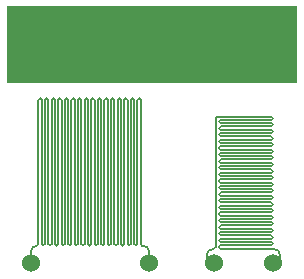
<source format=gtl>
G04 ================== begin FILE IDENTIFICATION RECORD ==================*
G04 Layout Name:  C:/work/cam/pcb-delay/allegro/DELAY.brd*
G04 Film Name:    delay_1_TOP*
G04 File Format:  Gerber RS274X*
G04 File Origin:  Cadence Allegro 16.6-S023*
G04 Origin Date:  Wed Feb 26 20:44:03 2014*
G04 *
G04 Layer:  VIA CLASS/TOP*
G04 Layer:  PIN/TOP*
G04 Layer:  ETCH/TOP*
G04 *
G04 Offset:    (0.0000 0.0000)*
G04 Mirror:    No*
G04 Mode:      Positive*
G04 Rotation:  0*
G04 FullContactRelief:  No*
G04 UndefLineWidth:     0.0250*
G04 ================== end FILE IDENTIFICATION RECORD ====================*
%FSLAX25Y25*MOMM*%
%IR0*IPPOS*OFA0.00000B0.00000*MIA0B0*SFA1.00000B1.00000*%
%ADD10C,1.524*%
%ADD11C,.1524*%
G75*
%LPD*%
G75*
G36*
G01X25000Y1825000D02*
Y2475000D01*
X2475000D01*
Y1825000D01*
X25000D01*
G37*
G54D10*
X225000Y300000D03*
X1225000D03*
X2275000D03*
X1775000D03*
G54D11*
G01X1225000D02*
Y400000D01*
G03X1175000Y450000I-50000J0D01*
G01X1165060D01*
G02X1155110Y459940I0J9950D01*
G01Y1686030D01*
G03X1127170I-13970J0D01*
G01Y463970D01*
G02X1099230I-13970J0D01*
G01Y1686030D01*
G03X1071290I-13970J0D01*
G01Y463970D01*
G02X1043350I-13970J0D01*
G01Y1686030D01*
G03X1015410I-13970J0D01*
G01Y463970D01*
G02X987470I-13970J0D01*
G01Y1686030D01*
G03X959530I-13970J0D01*
G01Y463970D01*
G02X931590I-13970J0D01*
G01Y1686030D01*
G03X903650I-13970J0D01*
G01Y463970D01*
G02X875710I-13970J0D01*
G01Y1686030D01*
G03X847770I-13970J0D01*
G01Y463970D01*
G02X819830I-13970J0D01*
G01Y1686030D01*
G03X791890I-13970J0D01*
G01Y463970D01*
G02X763950I-13970J0D01*
G01Y1686030D01*
G03X736010I-13970J0D01*
G01Y463970D01*
G02X708070I-13970J0D01*
G01Y1686030D01*
G03X680130I-13970J0D01*
G01Y463970D01*
G02X652190I-13970J0D01*
G01Y1686030D01*
G03X624250I-13970J0D01*
G01Y463970D01*
G02X596310I-13970J0D01*
G01Y1686030D01*
G03X568370I-13970J0D01*
G01Y463970D01*
G02X540430I-13970J0D01*
G01Y1686030D01*
G03X512490I-13970J0D01*
G01Y463970D01*
G02X484550I-13970J0D01*
G01Y1686030D01*
G03X456610I-13970J0D01*
G01Y463970D01*
G02X428670I-13970J0D01*
G01Y1686030D01*
G03X400730I-13970J0D01*
G01Y463970D01*
G02X372790I-13970J0D01*
G01Y1686030D01*
G03X344850I-13970J0D01*
G01Y463970D01*
G02X316910I-13970J0D01*
G01Y1686030D01*
G03X288970I-13970J0D01*
G01Y463970D01*
G02X275000Y450000I-13970J0D01*
G03X225000Y400000I0J-50000D01*
G01Y300000D01*
G01X2275000D02*
G03Y425000I0J62500D01*
G01X1830880D01*
G02Y452940I0J13970D01*
G01X2261030D01*
G03Y480880I0J13970D01*
G01X1830880D01*
G02Y508820I0J13970D01*
G01X2261030D01*
G03Y536760I0J13970D01*
G01X1830880D01*
G02Y564700I0J13970D01*
G01X2261030D01*
G03Y592640I0J13970D01*
G01X1830880D01*
G02Y620580I0J13970D01*
G01X2261030D01*
G03Y648520I0J13970D01*
G01X1830880D01*
G02Y676460I0J13970D01*
G01X2261030D01*
G03Y704400I0J13970D01*
G01X1830880D01*
G02Y732340I0J13970D01*
G01X2261030D01*
G03Y760280I0J13970D01*
G01X1830880D01*
G02Y788220I0J13970D01*
G01X2261030D01*
G03Y816160I0J13970D01*
G01X1830880D01*
G02Y844100I0J13970D01*
G01X2261030D01*
G03Y872040I0J13970D01*
G01X1830880D01*
G02Y899980I0J13970D01*
G01X2261030D01*
G03Y927920I0J13970D01*
G01X1830880D01*
G02Y955860I0J13970D01*
G01X2261030D01*
G03Y983800I0J13970D01*
G01X1830880D01*
G02Y1011740I0J13970D01*
G01X2261030D01*
G03Y1039680I0J13970D01*
G01X1830880D01*
G02Y1067620I0J13970D01*
G01X2261030D01*
G03Y1095560I0J13970D01*
G01X1830880D01*
G02Y1123500I0J13970D01*
G01X2261030D01*
G03Y1151440I0J13970D01*
G01X1830880D01*
G02Y1179380I0J13970D01*
G01X2261030D01*
G03Y1207320I0J13970D01*
G01X1830880D01*
G02Y1235260I0J13970D01*
G01X2261030D01*
G03Y1263200I0J13970D01*
G01X1830880D01*
G02Y1291140I0J13970D01*
G01X2261030D01*
G03Y1319080I0J13970D01*
G01X1830880D01*
G02Y1347020I0J13970D01*
G01X2261030D01*
G03Y1374960I0J13970D01*
G01X1830880D01*
G02Y1402900I0J13970D01*
G01X2261030D01*
G03Y1430840I0J13970D01*
G01X1830880D01*
G02Y1458780I0J13970D01*
G01X2261030D01*
G03Y1486720I0J13970D01*
G01X1830880D01*
G02Y1514660I0J13970D01*
G01X2261030D01*
G03Y1542600I0J13970D01*
G01X1802940D01*
G03X1788970Y1528630I0J-13970D01*
G01Y438970D01*
G02X1775000Y425000I-13970J0D01*
G03Y300000I0J-62500D01*
M02*

</source>
